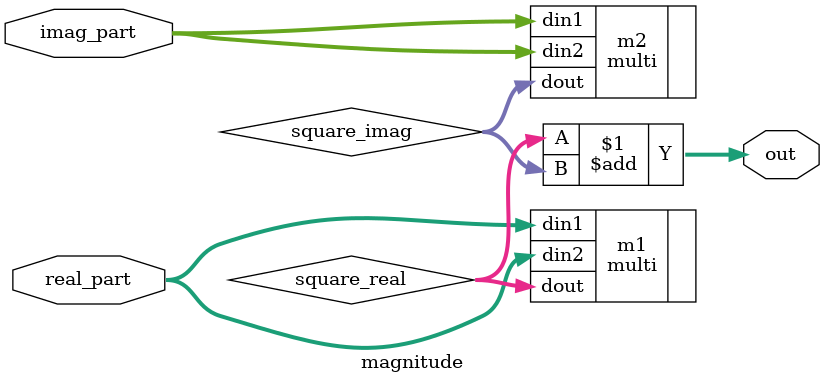
<source format=v>
module magnitude #
    (
        parameter DATA_WIDTH = 32
    )
    (
    input signed [DATA_WIDTH-1:0] real_part,
    input signed [DATA_WIDTH-1:0] imag_part,
    output signed [2*DATA_WIDTH-1:0] out
    );
    
    wire signed [2*DATA_WIDTH-1:0] square_real;
    wire signed [2*DATA_WIDTH-1:0] square_imag;
    
    multi #
    (
        .DATA_WIDTH(DATA_WIDTH)
    )
    m1
    (
        .din1(real_part),
        .din2(real_part),
        .dout(square_real)
    );

    multi #
    (
        .DATA_WIDTH(DATA_WIDTH)
    )
    m2
    (
        .din1(imag_part),
        .din2(imag_part),
        .dout(square_imag)
    );
    
    assign out = square_real + square_imag;
                                                  
endmodule
</source>
